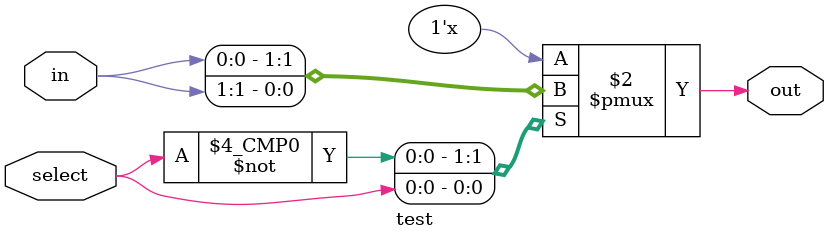
<source format=v>
module test(input [1:0] in, input select, output reg out);

always @( in or select)
    case (select)
	    0: out = in[0];
	    1: out = in[1];
	endcase
endmodule	

</source>
